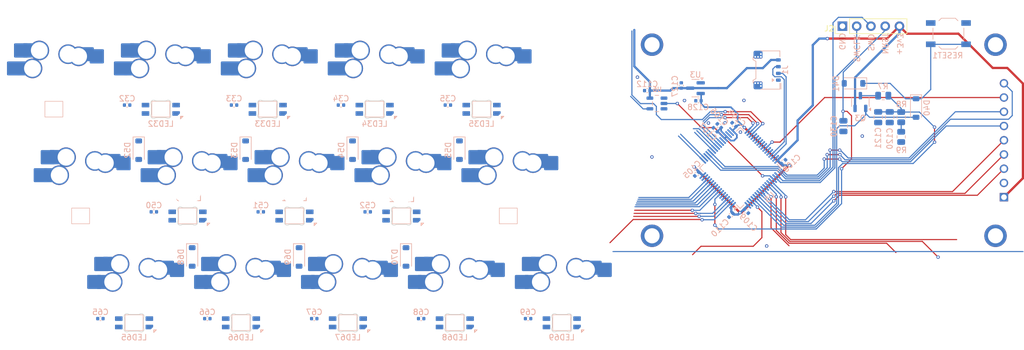
<source format=kicad_pcb>
(kicad_pcb (version 20240108) (generator "pcbnew") (generator_version "8.0")
  (layers (0 "F.Cu" signal) (31 "B.Cu" signal) (34 "B.Paste" user) (35 "F.Paste" user) (36 "B.SilkS" user "B.Silkscreen") (37 "F.SilkS" user "F.Silkscreen") (38 "B.Mask" user) (39 "F.Mask" user) (44 "Edge.Cuts" user))
  (net 0 "")
  (net 1 "BOOT0")
  (net 2 "+3V3")
  (net 3 "NRST")
  (net 4 "GND")
  (net 5 "+5V")
  (net 6 "col3")
  (net 7 "col2")
  (net 8 "col4")
  (net 9 "col5")
  (net 10 "col0")
  (net 11 "col1")
  (net 12 "Net-(D31-A)")
  (net 13 "Net-(D32-A)")
  (net 14 "row0")
  (net 15 "row1")
  (net 16 "row2")
  (net 17 "row3")
  (net 18 "row4")
  (net 19 "row5")
  (net 20 "D-")
  (net 21 "D+")
  (net 22 "Net-(D40-K)")
  (net 23 "LCD_SCK")
  (net 24 "LCD_DC")
  (net 25 "LCD_MISO")
  (net 26 "SWCLK")
  (net 27 "SWD")
  (net 28 "LCD_MOSI")
  (net 29 "RGB5v")
  (net 30 "DOut2")
  (net 31 "LCD_CS")
  (net 32 "LCD_RST")
  (net 33 "col6")
  (net 34 "Net-(D33-A)")
  (net 35 "Net-(D34-A)")
  (net 36 "Net-(D35-A)")
  (net 37 "Net-(LED31-DIN)")
  (net 38 "Net-(LED34-DIN)")
  (net 39 "col7")
  (net 40 "Net-(LED35-DIN)")
  (net 41 "Net-(LED32-DIN)")
  (net 42 "Net-(LED33-DIN)")
  (net 43 "col8")
  (net 44 "col9")
  (net 45 "col10")
  (net 46 "LCD_BL_PWM")
  (net 47 "BOOT0_CHRG")
  (net 48 "Net-(Q3-C)")
  (net 49 "Net-(R8-Pad1)")
  (net 50 "col11")
  (net 51 "col12")
  (net 52 "col13")
  (net 53 "Net-(D51-A)")
  (net 54 "Net-(D52-A)")
  (net 55 "Net-(D53-A)")
  (net 56 "Net-(D54-A)")
  (net 57 "Net-(D55-A)")
  (net 58 "Net-(D67-A)")
  (net 59 "Net-(D68-A)")
  (net 60 "Net-(D69-A)")
  (net 61 "Net-(D70-A)")
  (net 62 "Net-(D71-A)")
  (net 63 "row6")
  (net 64 "Net-(LED49-DOUT)")
  (net 65 "Net-(LED50-DOUT)")
  (net 66 "Net-(LED51-DOUT)")
  (net 67 "Net-(LED52-DOUT)")
  (net 68 "Net-(LED64-DIN)")
  (net 69 "Net-(LED65-DIN)")
  (net 70 "Net-(LED66-DIN)")
  (net 71 "Net-(LED67-DIN)")
  (net 72 "Net-(LED68-DIN)")
  (net 73 "Net-(LED69-DIN)")
  (net 74 "col14")
  (net 75 "col15")
  (net 76 "col16")
  (net 77 "col17")
  (net 82 "unconnected-(U5-PA10-Pad44)")
  (net 83 "unconnected-(U5-PA9-Pad43)")
  (net 85 "RGB3.3")
  (footprint "Display:CR2013-MI2120" (layer "F.Cu") (at 388.4975 60.09 180)
    (property "Reference" "U4" (hide yes))
    (property "Value" "CR2013-MI2120")
  )
  (footprint "Connector_PinHeader_2.54mm:PinHeader_1x05_P2.54mm_Vertical" (layer "F.Cu") (at 359.72 29.58 90)
    (property "Reference" "J2")
    (property "Value" "Conn_01x05")
  )
  (footprint "Capacitor_SMD:C_0402_1005Metric" (layer "B.Cu") (at 256.085 62.705 180)
    (property "Reference" "C51")
    (property "Value" "0.1uF")
  )
  (footprint "PCM_marbastlib-choc:LED_choc_6028R" (layer "B.Cu") (at 257.3225 44.405)
    (property "Reference" "LED33")
    (property "Value" "choc_SK6812MINI-E")
    (fp_line (start -1.699999 -0.702843) (end -1.699999 0.702841) (stroke (width 0.1)) (layer "Edge.Cuts"))
    (fp_line (start -0.794452 1.499999) (end 0.794452 1.499999) (stroke (width 0.1)) (layer "Edge.Cuts"))
    (fp_line (start 0.794453 -1.5) (end -0.794452 -1.5) (stroke (width 0.1)) (layer "Edge.Cuts"))
    (fp_line (start 1.699999 0.702841) (end 1.699999 -0.702843) (stroke (width 0.1)) (layer "Edge.Cuts"))
    (fp_arc (start -1.749484 -0.919721) (mid -1.712527 -0.814069) (end -1.699999 -0.702843) (stroke (width 0.1)) (layer "Edge.Cuts"))
    (fp_arc (start -1.749484 -0.919721) (mid -1.638071 -1.504036) (end -1.046711 -1.5683) (stroke (width 0.1)) (layer "Edge.Cuts"))
    (fp_arc (start -1.699999 0.702842) (mid -1.712527 0.814067) (end -1.749484 0.919719) (stroke (width 0.1)) (layer "Edge.Cuts"))
    (fp_arc (start -1.046711 1.568296) (mid -1.63807 1.504033) (end -1.749484 0.919719) (stroke (width 0.1)) (layer "Edge.Cuts"))
    (fp_arc (start -1.04671 1.568298) (mid -0.925122 1.517376) (end -0.794452 1.499999) (stroke (width 0.1)) (layer "Edge.Cuts"))
    (fp_arc (start -0.794453 -1.500001) (mid -0.925123 -1.517378) (end -1.046711 -1.5683) (stroke (width 0.1)) (layer "Edge.Cuts"))
    (fp_arc (start 0.794452 1.499999) (mid 0.925123 1.517376) (end 1.046711 1.568298) (stroke (width 0.1)) (layer "Edge.Cuts"))
    (fp_arc (start 1.046711 -1.568299) (mid 0.925123 -1.517377) (end 0.794453 -1.5) (stroke (width 0.1)) (layer "Edge.Cuts"))
    (fp_arc (start 1.046711 -1.568299) (mid 1.638071 -1.504036) (end 1.749484 -0.919721) (stroke (width 0.1)) (layer "Edge.Cuts"))
    (fp_arc (start 1.699999 -0.702844) (mid 1.712538 -0.814067) (end 1.749484 -0.919721) (stroke (width 0.1)) (layer "Edge.Cuts"))
    (fp_arc (start 1.749484 0.919718) (mid 1.638073 1.504037) (end 1.046711 1.568298) (stroke (width 0.1)) (layer "Edge.Cuts"))
    (fp_arc (start 1.749484 0.919719) (mid 1.712541 0.814065) (end 1.699999 0.702841) (stroke (width 0.1)) (layer "Edge.Cuts"))
  )
  (footprint "Capacitor_SMD:C_0805_2012Metric" (layer "B.Cu") (at 368.15 45.82 90)
    (property "Reference" "C120")
    (property "Value" "100n")
  )
  (footprint "ModHob:KS-33_MX-Hotswap-1U" (layer "B.Cu") (at 223.985 58.705)
    (property "Reference" "CH49" (hide yes))
    (property "Value" "KS33_SW_HS" (hide yes))
  )
  (footprint "ModHob:KS-33_MX-Hotswap-1U" (layer "B.Cu") (at 257.3225 39.655)
    (property "Reference" "CH33")
    (property "Value" "KS33_SW_HS")
  )
  (footprint "Capacitor_SMD:C_0402_1005Metric" (layer "B.Cu") (at 237.035 62.705 180)
    (property "Reference" "C50")
    (property "Value" "0.1uF")
  )
  (footprint "ModHob:KS-33_MX-Hotswap-1U" (layer "B.Cu") (at 238.2725 39.655)
    (property "Reference" "CH32")
    (property "Value" "KS33_SW_HS")
  )
  (footprint "Capacitor_SMD:C_0402_1005Metric" (layer "B.Cu") (at 331.01 40.16 90)
    (property "Reference" "C127")
    (property "Value" "1uF")
  )
  (footprint "PCM_marbastlib-choc:LED_choc_6028R" (layer "B.Cu") (at 281.135 63.455)
    (property "Reference" "LED52")
    (property "Value" "choc_SK6812MINI-E")
    (fp_line (start -1.699999 -0.702843) (end -1.699999 0.702841) (stroke (width 0.1)) (layer "Edge.Cuts"))
    (fp_line (start -0.794452 1.499999) (end 0.794452 1.499999) (stroke (width 0.1)) (layer "Edge.Cuts"))
    (fp_line (start 0.794453 -1.5) (end -0.794452 -1.5) (stroke (width 0.1)) (layer "Edge.Cuts"))
    (fp_line (start 1.699999 0.702841) (end 1.699999 -0.702843) (stroke (width 0.1)) (layer "Edge.Cuts"))
    (fp_arc (start -1.749484 -0.919721) (mid -1.712527 -0.814069) (end -1.699999 -0.702843) (stroke (width 0.1)) (layer "Edge.Cuts"))
    (fp_arc (start -1.749484 -0.919721) (mid -1.638071 -1.504036) (end -1.046711 -1.5683) (stroke (width 0.1)) (layer "Edge.Cuts"))
    (fp_arc (start -1.699999 0.702842) (mid -1.712527 0.814067) (end -1.749484 0.919719) (stroke (width 0.1)) (layer "Edge.Cuts"))
    (fp_arc (start -1.046711 1.568296) (mid -1.63807 1.504033) (end -1.749484 0.919719) (stroke (width 0.1)) (layer "Edge.Cuts"))
    (fp_arc (start -1.04671 1.568298) (mid -0.925122 1.517376) (end -0.794452 1.499999) (stroke (width 0.1)) (layer "Edge.Cuts"))
    (fp_arc (start -0.794453 -1.500001) (mid -0.925123 -1.517378) (end -1.046711 -1.5683) (stroke (width 0.1)) (layer "Edge.Cuts"))
    (fp_arc (start 0.794452 1.499999) (mid 0.925123 1.517376) (end 1.046711 1.568298) (stroke (width 0.1)) (layer "Edge.Cuts"))
    (fp_arc (start 1.046711 -1.568299) (mid 0.925123 -1.517377) (end 0.794453 -1.5) (stroke (width 0.1)) (layer "Edge.Cuts"))
    (fp_arc (start 1.046711 -1.568299) (mid 1.638071 -1.504036) (end 1.749484 -0.919721) (stroke (width 0.1)) (layer "Edge.Cuts"))
    (fp_arc (start 1.699999 -0.702844) (mid 1.712538 -0.814067) (end 1.749484 -0.919721) (stroke (width 0.1)) (layer "Edge.Cuts"))
    (fp_arc (start 1.749484 0.919718) (mid 1.638073 1.504037) (end 1.046711 1.568298) (stroke (width 0.1)) (layer "Edge.Cuts"))
    (fp_arc (start 1.749484 0.919719) (mid 1.712541 0.814065) (end 1.699999 0.702841) (stroke (width 0.1)) (layer "Edge.Cuts"))
  )
  (footprint "Capacitor_SMD:C_0402_1005Metric" (layer "B.Cu") (at 337.07 48.05 135)
    (property "Reference" "C107")
    (property "Value" "100nF")
  )
  (footprint "PCM_marbastlib-choc:LED_choc_6028R" (layer "B.Cu") (at 238.2725 44.405)
    (property "Reference" "LED32")
    (property "Value" "choc_SK6812MINI-E")
    (fp_line (start -1.699999 -0.702843) (end -1.699999 0.702841) (stroke (width 0.1)) (layer "Edge.Cuts"))
    (fp_line (start -0.794452 1.499999) (end 0.794452 1.499999) (stroke (width 0.1)) (layer "Edge.Cuts"))
    (fp_line (start 0.794453 -1.5) (end -0.794452 -1.5) (stroke (width 0.1)) (layer "Edge.Cuts"))
    (fp_line (start 1.699999 0.702841) (end 1.699999 -0.702843) (stroke (width 0.1)) (layer "Edge.Cuts"))
    (fp_arc (start -1.749484 -0.919721) (mid -1.712527 -0.814069) (end -1.699999 -0.702843) (stroke (width 0.1)) (layer "Edge.Cuts"))
    (fp_arc (start -1.749484 -0.919721) (mid -1.638071 -1.504036) (end -1.046711 -1.5683) (stroke (width 0.1)) (layer "Edge.Cuts"))
    (fp_arc (start -1.699999 0.702842) (mid -1.712527 0.814067) (end -1.749484 0.919719) (stroke (width 0.1)) (layer "Edge.Cuts"))
    (fp_arc (start -1.046711 1.568296) (mid -1.63807 1.504033) (end -1.749484 0.919719) (stroke (width 0.1)) (layer "Edge.Cuts"))
    (fp_arc (start -1.04671 1.568298) (mid -0.925122 1.517376) (end -0.794452 1.499999) (stroke (width 0.1)) (layer "Edge.Cuts"))
    (fp_arc (start -0.794453 -1.500001) (mid -0.925123 -1.517378) (end -1.046711 -1.5683) (stroke (width 0.1)) (layer "Edge.Cuts"))
    (fp_arc (start 0.794452 1.499999) (mid 0.925123 1.517376) (end 1.046711 1.568298) (stroke (width 0.1)) (layer "Edge.Cuts"))
    (fp_arc (start 1.046711 -1.568299) (mid 0.925123 -1.517377) (end 0.794453 -1.5) (stroke (width 0.1)) (layer "Edge.Cuts"))
    (fp_arc (start 1.046711 -1.568299) (mid 1.638071 -1.504036) (end 1.749484 -0.919721) (stroke (width 0.1)) (layer "Edge.Cuts"))
    (fp_arc (start 1.699999 -0.702844) (mid 1.712538 -0.814067) (end 1.749484 -0.919721) (stroke (width 0.1)) (layer "Edge.Cuts"))
    (fp_arc (start 1.749484 0.919718) (mid 1.638073 1.504037) (end 1.046711 1.568298) (stroke (width 0.1)) (layer "Edge.Cuts"))
    (fp_arc (start 1.749484 0.919719) (mid 1.712541 0.814065) (end 1.699999 0.702841) (stroke (width 0.1)) (layer "Edge.Cuts"))
  )
  (footprint "Capacitor_SMD:C_0402_1005Metric" (layer "B.Cu") (at 324.94 41.07 180)
    (property "Reference" "C112")
    (property "Value" "0.1uF")
  )
  (footprint "Capacitor_SMD:C_0402_1005Metric" (layer "B.Cu") (at 340.41 47.15 135)
    (property "Reference" "C104")
    (property "Value" "100nF")
  )
  (footprint "ModHob:KS-33_MX-Hotswap-1U" (layer "B.Cu") (at 295.4225 39.655)
    (property "Reference" "CH35")
    (property "Value" "KS33_SW_HS")
  )
  (footprint "Capacitor_SMD:C_0402_1005Metric" (layer "B.Cu") (at 232.2725 43.655 180)
    (property "Reference" "C32")
    (property "Value" "0.1uF")
  )
  (footprint "ModHob:KS-33_MX-Hotswap-1U" (layer "B.Cu") (at 219.2225 39.655)
    (property "Reference" "CH31" (hide yes))
    (property "Value" "KS33_SW_HS" (hide yes))
  )
  (footprint "ModHob:KS-33_MX-Hotswap-1U" (layer "B.Cu") (at 281.135 58.705)
    (property "Reference" "CH52")
    (property "Value" "KS33_SW_HS")
  )
  (footprint "ModHob:KS-33_MX-Hotswap-1U" (layer "B.Cu") (at 300.185 58.705)
    (property "Reference" "CH53")
    (property "Value" "KS33_SW_HS")
  )
  (footprint "PCM_marbastlib-choc:LED_choc_6028R" (layer "B.Cu") (at 309.71 82.505)
    (property "Reference" "LED69")
    (property "Value" "choc_SK6812MINI-E")
    (fp_line (start -1.699999 -0.702843) (end -1.699999 0.702841) (stroke (width 0.1)) (layer "Edge.Cuts"))
    (fp_line (start -0.794452 1.499999) (end 0.794452 1.499999) (stroke (width 0.1)) (layer "Edge.Cuts"))
    (fp_line (start 0.794453 -1.5) (end -0.794452 -1.5) (stroke (width 0.1)) (layer "Edge.Cuts"))
    (fp_line (start 1.699999 0.702841) (end 1.699999 -0.702843) (stroke (width 0.1)) (layer "Edge.Cuts"))
    (fp_arc (start -1.749484 -0.919721) (mid -1.712527 -0.814069) (end -1.699999 -0.702843) (stroke (width 0.1)) (layer "Edge.Cuts"))
    (fp_arc (start -1.749484 -0.919721) (mid -1.638071 -1.504036) (end -1.046711 -1.5683) (stroke (width 0.1)) (layer "Edge.Cuts"))
    (fp_arc (start -1.699999 0.702842) (mid -1.712527 0.814067) (end -1.749484 0.919719) (stroke (width 0.1)) (layer "Edge.Cuts"))
    (fp_arc (start -1.046711 1.568296) (mid -1.63807 1.504033) (end -1.749484 0.919719) (stroke (width 0.1)) (layer "Edge.Cuts"))
    (fp_arc (start -1.04671 1.568298) (mid -0.925122 1.517376) (end -0.794452 1.499999) (stroke (width 0.1)) (layer "Edge.Cuts"))
    (fp_arc (start -0.794453 -1.500001) (mid -0.925123 -1.517378) (end -1.046711 -1.5683) (stroke (width 0.1)) (layer "Edge.Cuts"))
    (fp_arc (start 0.794452 1.499999) (mid 0.925123 1.517376) (end 1.046711 1.568298) (stroke (width 0.1)) (layer "Edge.Cuts"))
    (fp_arc (start 1.046711 -1.568299) (mid 0.925123 -1.517377) (end 0.794453 -1.5) (stroke (width 0.1)) (layer "Edge.Cuts"))
    (fp_arc (start 1.046711 -1.568299) (mid 1.638071 -1.504036) (end 1.749484 -0.919721) (stroke (width 0.1)) (layer "Edge.Cuts"))
    (fp_arc (start 1.699999 -0.702844) (mid 1.712538 -0.814067) (end 1.749484 -0.919721) (stroke (width 0.1)) (layer "Edge.Cuts"))
    (fp_arc (start 1.749484 0.919718) (mid 1.638073 1.504037) (end 1.046711 1.568298) (stroke (width 0.1)) (layer "Edge.Cuts"))
    (fp_arc (start 1.749484 0.919719) (mid 1.712541 0.814065) (end 1.699999 0.702841) (stroke (width 0.1)) (layer "Edge.Cuts"))
  )
  (footprint "ModHob:KS-33_MX-Hotswap-1U" (layer "B.Cu") (at 309.71 77.755)
    (property "Reference" "CH69")
    (property "Value" "KS33_SW_HS" (hide yes))
  )
  (footprint "SN74AHCT1G125DBVR:SOT95P280X145-5N" (layer "B.Cu") (at 326.67 43.37 180)
    (property "Reference" "U6")
    (property "Value" "SN74AHCT1G125DBVR" (hide yes))
  )
  (footprint "Diode_SMD:D_SOD-123" (layer "B.Cu") (at 262.91 70.755 -90)
    (property "Reference" "D69")
    (property "Value" "D")
  )
  (footprint "Diode_SMD:D_SOD-123" (layer "B.Cu") (at 281.96 70.755 -90)
    (property "Reference" "D70")
    (property "Value" "D")
  )
  (footprint "Diode_SMD:D_SOD-123" (layer "B.Cu") (at 234.335 51.705 -90)
    (property "Reference" "D52")
    (property "Value" "D")
  )
  (footprint "PCM_marbastlib-choc:LED_choc_6028R" (layer "B.Cu") (at 290.66 82.505)
    (property "Reference" "LED68")
    (property "Value" "choc_SK6812MINI-E")
    (fp_line (start -1.699999 -0.702843) (end -1.699999 0.702841) (stroke (width 0.1)) (layer "Edge.Cuts"))
    (fp_line (start -0.794452 1.499999) (end 0.794452 1.499999) (stroke (width 0.1)) (layer "Edge.Cuts"))
    (fp_line (start 0.794453 -1.5) (end -0.794452 -1.5) (stroke (width 0.1)) (layer "Edge.Cuts"))
    (fp_line (start 1.699999 0.702841) (end 1.699999 -0.702843) (stroke (width 0.1)) (layer "Edge.Cuts"))
    (fp_arc (start -1.749484 -0.919721) (mid -1.712527 -0.814069) (end -1.699999 -0.702843) (stroke (width 0.1)) (layer "Edge.Cuts"))
    (fp_arc (start -1.749484 -0.919721) (mid -1.638071 -1.504036) (end -1.046711 -1.5683) (stroke (width 0.1)) (layer "Edge.Cuts"))
    (fp_arc (start -1.699999 0.702842) (mid -1.712527 0.814067) (end -1.749484 0.919719) (stroke (width 0.1)) (layer "Edge.Cuts"))
    (fp_arc (start -1.046711 1.568296) (mid -1.63807 1.504033) (end -1.749484 0.919719) (stroke (width 0.1)) (layer "Edge.Cuts"))
    (fp_arc (start -1.04671 1.568298) (mid -0.925122 1.517376) (end -0.794452 1.499999) (stroke (width 0.1)) (layer "Edge.Cuts"))
    (fp_arc (start -0.794453 -1.500001) (mid -0.925123 -1.517378) (end -1.046711 -1.5683) (stroke (width 0.1)) (layer "Edge.Cuts"))
    (fp_arc (start 0.794452 1.499999) (mid 0.925123 1.517376) (end 1.046711 1.568298) (stroke (width 0.1)) (layer "Edge.Cuts"))
    (fp_arc (start 1.046711 -1.568299) (mid 0.925123 -1.517377) (end 0.794453 -1.5) (stroke (width 0.1)) (layer "Edge.Cuts"))
    (fp_arc (start 1.046711 -1.568299) (mid 1.638071 -1.504036) (end 1.749484 -0.919721) (stroke (width 0.1)) (layer "Edge.Cuts"))
    (fp_arc (start 1.699999 -0.702844) (mid 1.712538 -0.814067) (end 1.749484 -0.919721) (stroke (width 0.1)) (layer "Edge.Cuts"))
    (fp_arc (start 1.749484 0.919718) (mid 1.638073 1.504037) (end 1.046711 1.568298) (stroke (width 0.1)) (layer "Edge.Cuts"))
    (fp_arc (start 1.749484 0.919719) (mid 1.712541 0.814065) (end 1.699999 0.702841) (stroke (width 0.1)) (layer "Edge.Cuts"))
  )
  (footprint "PCM_marbastlib-choc:LED_choc_6028R" (layer "B.Cu") (at 252.56 82.505)
    (property "Reference" "LED66")
    (property "Value" "choc_SK6812MINI-E")
    (fp_line (start -1.699999 -0.702843) (end -1.699999 0.702841) (stroke (width 0.1)) (layer "Edge.Cuts"))
    (fp_line (start -0.794452 1.499999) (end 0.794452 1.499999) (stroke (width 0.1)) (layer "Edge.Cuts"))
    (fp_line (start 0.794453 -1.5) (end -0.794452 -1.5) (stroke (width 0.1)) (layer "Edge.Cuts"))
    (fp_line (start 1.699999 0.702841) (end 1.699999 -0.702843) (stroke (width 0.1)) (layer "Edge.Cuts"))
    (fp_arc (start -1.749484 -0.919721) (mid -1.712527 -0.814069) (end -1.699999 -0.702843) (stroke (width 0.1)) (layer "Edge.Cuts"))
    (fp_arc (start -1.749484 -0.919721) (mid -1.638071 -1.504036) (end -1.046711 -1.5683) (stroke (width 0.1)) (layer "Edge.Cuts"))
    (fp_arc (start -1.699999 0.702842) (mid -1.712527 0.814067) (end -1.749484 0.919719) (stroke (width 0.1)) (layer "Edge.Cuts"))
    (fp_arc (start -1.046711 1.568296) (mid -1.63807 1.504033) (end -1.749484 0.919719) (stroke (width 0.1)) (layer "Edge.Cuts"))
    (fp_arc (start -1.04671 1.568298) (mid -0.925122 1.517376) (end -0.794452 1.499999) (stroke (width 0.1)) (layer "Edge.Cuts"))
    (fp_arc (start -0.794453 -1.500001) (mid -0.925123 -1.517378) (end -1.046711 -1.5683) (stroke (width 0.1)) (layer "Edge.Cuts"))
    (fp_arc (start 0.794452 1.499999) (mid 0.925123 1.517376) (end 1.046711 1.568298) (stroke (width 0.1)) (layer "Edge.Cuts"))
    (fp_arc (start 1.046711 -1.568299) (mid 0.925123 -1.517377) (end 0.794453 -1.5) (stroke (width 0.1)) (layer "Edge.Cuts"))
    (fp_arc (start 1.046711 -1.568299) (mid 1.638071 -1.504036) (end 1.749484 -0.919721) (stroke (width 0.1)) (layer "Edge.Cuts"))
    (fp_arc (start 1.699999 -0.702844) (mid 1.712538 -0.814067) (end 1.749484 -0.919721) (stroke (width 0.1)) (layer "Edge.Cuts"))
    (fp_arc (start 1.749484 0.919718) (mid 1.638073 1.504037) (end 1.046711 1.568298) (stroke (width 0.1)) (layer "Edge.Cuts"))
    (fp_arc (start 1.749484 0.919719) (mid 1.712541 0.814065) (end 1.699999 0.702841) (stroke (width 0.1)) (layer "Edge.Cuts"))
  )
  (footprint "Capacitor_SMD:C_0402_1005Metric" (layer "B.Cu") (at 227.51 81.755 180)
    (property "Reference" "C65")
    (property "Value" "0.1uF")
  )
  (footprint "Resistor_SMD:R_0805_2012Metric" (layer "B.Cu") (at 366.99 41.973554)
    (property "Reference" "R7")
    (property "Value" "120")
  )
  (footprint "Capacitor_SMD:C_0402_1005Metric" (layer "B.Cu") (at 349.23 53.76 45)
    (property "Reference" "C108")
    (property "Value" "100nF")
  )
  (footprint "ModHob:KS-33_MX-Hotswap-1U" (layer "B.Cu") (at 290.66 77.755)
    (property "Reference" "CH68")
    (property "Value" "KS33_SW_HS" (hide yes))
  )
  (footprint "Capacitor_SMD:C_0402_1005Metric" (layer "B.Cu") (at 342.61 62.6 -45)
    (property "Reference" "C109")
    (property "Value" "100nF")
  )
  (footprint "PCM_marbastlib-various:Molex_Pico-EZmate_78171-0004_1x04-1MP_P1.20mm_Vertical" (layer "B.Cu") (at 346.43 37.4 90)
    (property "Reference" "J1")
    (property "Value" "78171-0004")
  )
  (footprint "Capacitor_SMD:C_0402_1005Metric" (layer "B.Cu") (at 251.3225 43.655 180)
    (property "Reference" "C33")
    (property "Value" "0.1uF")
  )
  (footprint "Capacitor_SMD:C_0402_1005Metric" (layer "B.Cu") (at 333.76 55.96 -135)
    (property "Reference" "C105")
    (property "Value" "100nF")
  )
  (footprint "Capacitor_SMD:C_0402_1005Metric" (layer "B.Cu") (at 246.56 81.755 180)
    (property "Reference" "C66")
    (property "Value" "0.1uF")
  )
  (footprint "Capacitor_SMD:C_0402_1005Metric" (layer "B.Cu") (at 289.4225 43.655 180)
    (property "Reference" "C35")
    (property "Value" "0.1uF")
  )
  (footprint "Capacitor_SMD:C_0402_1005Metric" (layer "B.Cu") (at 275.135 62.705 180)
    (property "Reference" "C52")
    (property "Value" "0.1uF")
  )
  (footprint "PCM_marbastlib-choc:LED_choc_6028R" (layer "B.Cu") (at 271.61 82.505)
    (property "Reference" "LED67")
    (property "Value" "choc_SK6812MINI-E")
    (fp_line (start -1.699999 -0.702843) (end -1.699999 0.702841) (stroke (width 0.1)) (layer "Edge.Cuts"))
    (fp_line (start -0.794452 1.499999) (end 0.794452 1.499999) (stroke (width 0.1)) (layer "Edge.Cuts"))
    (fp_line (start 0.794453 -1.5) (end -0.794452 -1.5) (stroke (width 0.1)) (layer "Edge.Cuts"))
    (fp_line (start 1.699999 0.702841) (end 1.699999 -0.702843) (stroke (width 0.1)) (layer "Edge.Cuts"))
    (fp_arc (start -1.749484 -0.919721) (mid -1.712527 -0.814069) (end -1.699999 -0.702843) (stroke (width 0.1)) (layer "Edge.Cuts"))
    (fp_arc (start -1.749484 -0.919721) (mid -1.638071 -1.504036) (end -1.046711 -1.5683) (stroke (width 0.1)) (layer "Edge.Cuts"))
    (fp_arc (start -1.699999 0.702842) (mid -1.712527 0.814067) (end -1.749484 0.919719) (stroke (width 0.1)) (layer "Edge.Cuts"))
    (fp_arc (start -1.046711 1.568296) (mid -1.63807 1.504033) (end -1.749484 0.919719) (stroke (width 0.1)) (layer "Edge.Cuts"))
    (fp_arc (start -1.04671 1.568298) (mid -0.925122 1.517376) (end -0.794452 1.499999) (stroke (width 0.1)) (layer "Edge.Cuts"))
    (fp_arc (start -0.794453 -1.500001) (mid -0.925123 -1.517378) (end -1.046711 -1.5683) (stroke (width 0.1)) (layer "Edge.Cuts"))
    (fp_arc (start 0.794452 1.499999) (mid 0.925123 1.517376) (end 1.046711 1.568298) (stroke (width 0.1)) (layer "Edge.Cuts"))
    (fp_arc (start 1.046711 -1.568299) (mid 0.925123 -1.517377) (end 0.794453 -1.5) (stroke (width 0.1)) (layer "Edge.Cuts"))
    (fp_arc (start 1.046711 -1.568299) (mid 1.638071 -1.504036) (end 1.749484 -0.919721) (stroke (width 0.1)) (layer "Edge.Cuts"))
    (fp_arc (start 1.699999 -0.702844) (mid 1.712538 -0.814067) (end 1.749484 -0.919721) (stroke (width 0.1)) (layer "Edge.Cuts"))
    (fp_arc (start 1.749484 0.919718) (mid 1.638073 1.504037) (end 1.046711 1.568298) (stroke (width 0.1)) (layer "Edge.Cuts"))
    (fp_arc (start 1.749484 0.919719) (mid 1.712541 0.814065) (end 1.699999 0.702841) (stroke (width 0.1)) (layer "Edge.Cuts"))
  )
  (footprint "PCM_marbastlib-choc:LED_choc_6028R" (layer "B.Cu") (at 233.51 82.505)
    (property "Reference" "LED65")
    (property "Value" "choc_SK6812MINI-E")
    (fp_line (start -1.699999 -0.702843) (end -1.699999 0.702841) (stroke (width 0.1)) (layer "Edge.Cuts"))
    (fp_line (start -0.794452 1.499999) (end 0.794452 1.499999) (stroke (width 0.1)) (layer "Edge.Cuts"))
    (fp_line (start 0.794453 -1.5) (end -0.794452 -1.5) (stroke (width 0.1)) (layer "Edge.Cuts"))
    (fp_line (start 1.699999 0.702841) (end 1.699999 -0.702843) (stroke (width 0.1)) (layer "Edge.Cuts"))
    (fp_arc (start -1.749484 -0.919721) (mid -1.712527 -0.814069) (end -1.699999 -0.702843) (stroke (width 0.1)) (layer "Edge.Cuts"))
    (fp_arc (start -1.749484 -0.919721) (mid -1.638071 -1.504036) (end -1.046711 -1.5683) (stroke (width 0.1)) (layer "Edge.Cuts"))
    (fp_arc (start -1.699999 0.702842) (mid -1.712527 0.814067) (end -1.749484 0.919719) (stroke (width 0.1)) (layer "Edge.Cuts"))
    (fp_arc (start -1.046711 1.568296) (mid -1.63807 1.504033) (end -1.749484 0.919719) (stroke (width 0.1)) (layer "Edge.Cuts"))
    (fp_arc (start -1.04671 1.568298) (mid -0.925122 1.517376) (end -0.794452 1.499999) (stroke (width 0.1)) (layer "Edge.Cuts"))
    (fp_arc (start -0.794453 -1.500001) (mid -0.925123 -1.517378) (end -1.046711 -1.5683) (stroke (width 0.1)) (layer "Edge.Cuts"))
    (fp_arc (start 0.794452 1.499999) (mid 0.925123 1.517376) (end 1.046711 1.568298) (stroke (width 0.1)) (layer "Edge.Cuts"))
    (fp_arc (start 1.046711 -1.568299) (mid 0.925123 -1.517377) (end 0.794453 -1.5) (stroke (width 0.1)) (layer "Edge.Cuts"))
    (fp_arc (start 1.046711 -1.568299) (mid 1.638071 -1.504036) (end 1.749484 -0.919721) (stroke (width 0.1)) (layer "Edge.Cuts"))
    (fp_arc (start 1.699999 -0.702844) (mid 1.712538 -0.814067) (end 1.749484 -0.919721) (stroke (width 0.1)) (layer "Edge.Cuts"))
    (fp_arc (start 1.749484 0.919718) (mid 1.638073 1.504037) (end 1.046711 1.568298) (stroke (width 0.1)) (layer "Edge.Cuts"))
    (fp_arc (start 1.749484 0.919719) (mid 1.712541 0.814065) (end 1.699999 0.702841) (stroke (width 0.1)) (layer "Edge.Cuts"))
  )
  (footprint "Diode_SMD:D_SOD-123" (layer "B.Cu") (at 361.6925 39.78 180)
    (property "Reference" "D41")
    (property "Value" "1N4148")
  )
  (footprint "ModHob:KS-33_MX-Hotswap-1U" (layer "B.Cu") (at 243.035 58.705)
    (property "Reference" "CH50")
    (property "Value" "KS33_SW_HS")
  )
  (footprint "Package_TO_SOT_SMD:SOT-23-3" (layer "B.Cu") (at 362.92 43.111054 90)
    (property "Reference" "Q3")
    (property "Value" "MMUN2133LT1G")
  )
  (footprint "Diode_SMD:D_SOD-123" (layer "B.Cu") (at 372.835 44.18 -90)
    (property "Reference" "D40")
    (property "Value" "1N4148")
  )
  (footprint "Diode_SMD:D_SOD-123" (layer "B.Cu") (at 253.385 51.705 -90)
    (property "Reference" "D53")
    (property "Value" "D")
  )
  (footprint "PCM_marbastlib-choc:LED_choc_6028R" (layer "B.Cu") (at 276.3725 44.405)
    (property "Reference" "LED34")
    (property "Value" "choc_SK6812MINI-E")
    (fp_line (start -1.699999 -0.702843) (end -1.699999 0.702841) (stroke (width 0.1)) (layer "Edge.Cuts"))
    (fp_line (start -0.794452 1.499999) (end 0.794452 1.499999) (stroke (width 0.1)) (layer "Edge.Cuts"))
    (fp_line (start 0.794453 -1.5) (end -0.794452 -1.5) (stroke (width 0.1)) (layer "Edge.Cuts"))
    (fp_line (start 1.699999 0.702841) (end 1.699999 -0.702843) (stroke (width 0.1)) (layer "Edge.Cuts"))
    (fp_arc (start -1.749484 -0.919721) (mid -1.712527 -0.814069) (end -1.699999 -0.702843) (stroke (width 0.1)) (layer "Edge.Cuts"))
    (fp_arc (start -1.749484 -0.919721) (mid -1.638071 -1.504036) (end -1.046711 -1.5683) (stroke (width 0.1)) (layer "Edge.Cuts"))
    (fp_arc (start -1.699999 0.702842) (mid -1.712527 0.814067) (end -1.749484 0.919719) (stroke (width 0.1)) (layer "Edge.Cuts"))
    (fp_arc (start -1.046711 1.568296) (mid -1.63807 1.504033) (end -1.749484 0.919719) (stroke (width 0.1)) (layer "Edge.Cuts"))
    (fp_arc (start -1.04671 1.568298) (mid -0.925122 1.517376) (end -0.794452 1.499999) (stroke (width 0.1)) (layer "Edge.Cuts"))
    (fp_arc (start -0.794453 -1.500001) (mid -0.925123 -1.517378) (end -1.046711 -1.5683) (stroke (width 0.1)) (layer "Edge.Cuts"))
    (fp_arc (start 0.794452 1.499999) (mid 0.925123 1.517376) (end 1.046711 1.568298) (stroke (width 0.1)) (layer "Edge.Cuts"))
    (fp_arc (start 1.046711 -1.568299) (mid 0.925123 -1.517377) (end 0.794453 -1.5) (stroke (width 0.1)) (layer "Edge.Cuts"))
    (fp_arc (start 1.046711 -1.568299) (mid 1.638071 -1.504036) (end 1.749484 -0.919721) (stroke (width 0.1)) (layer "Edge.Cuts"))
    (fp_arc (start 1.699999 -0.702844) (mid 1.712538 -0.814067) (end 1.749484 -0.919721) (stroke (width 0.1)) (layer "Edge.Cuts"))
    (fp_arc (start 1.749484 0.919718) (mid 1.638073 1.504037) (end 1.046711 1.568298) (stroke (width 0.1)) (layer "Edge.Cuts"))
    (fp_arc (start 1.749484 0.919719) (mid 1.712541 0.814065) (end 1.699999 0.702841) (stroke (width 0.1)) (layer "Edge.Cuts"))
  )
  (footprint "Button_Switch_SMD:SW_SPST_TL3342" (layer "B.Cu") (at 378.6 30.91 180)
    (property "Reference" "RESET1")
    (property "Value" "DFU")
  )
  (footprint "Capacitor_SMD:C_0402_1005Metric" (layer "B.Cu") (at 337.77 47.35 135)
    (property "Reference" "C106")
    (property "Value" "100nF")
  )
  (footprint "Diode_SMD:D_SOD-123" (layer "B.Cu") (at 291.485 51.705 -90)
    (property "Reference" "D55")
    (property "Value" "D")
  )
  (footprint "ModHob:KS-33_MX-Hotswap-1U" (layer "B.Cu") (at 271.61 77.755)
    (property "Reference" "CH67")
    (property "Value" "KS33_SW_HS" (hide yes))
  )
  (footprint "Resistor_SMD:R_0805_2012Metric" (layer "B.Cu") (at 370.19 45.813554 90)
    (property "Reference" "R8")
    (property "Value" "68k")
  )
  (footprint "Package_QFP:LQFP-64_10x10mm_P0.5mm" (layer "B.Cu") (at 341.508819 54.874481 45)
    (property "Reference" "U5")
    (property "Value" "STM32G474RETx")
  )
  (footprint "Diode_SMD:D_SOD-123" (layer "B.Cu") (at 243.86 70.755 -90)
    (property "Reference" "D68")
    (property "Value" "D")
  )
  (footprint "ModHob:KS-33_MX-Hotswap-1U" (layer "B.Cu") (at 262.085 58.705)
    (property "Reference" "CH51")
    (property "Value" "KS33_SW_HS")
  )
  (footprint "Capacitor_SMD:C_0402_1005Metric" (layer "B.Cu") (at 334.07 42.88 180)
    (property "Reference" "C128")
    (property "Value" "1uF")
  )
  (footprint "ModHob:KS-33_MX-Hotswap-1U" (layer "B.Cu") (at 276.3725 39.655)
    (property "Reference" "CH34")
    (property "Value" "KS33_SW_HS")
  )
  (footprint "Capacitor_SMD:C_0805_2012Metric" (layer "B.Cu") (at 359.89 47.41 90)
    (property "Reference" "C130")
    (property "Value" "100n")
  )
  (footprint "Package_TO_SOT_SMD:SOT-23" (layer "B.Cu") (at 333.529999 40.6375 180)
    (property "Reference" "U3")
    (property "Value" "XC6206PxxxMR-Regulator_Linear")
  )
  (footprint "Capacitor_SMD:C_0402_1005Metric" (layer "B.Cu") (at 303.71 81.755 180)
    (property "Reference" "C69")
    (property "Value" "0.1uF")
  )
  (footprint "PCM_marbastlib-choc:LED_choc_6028R" (layer "B.Cu") (at 262.085 63.455)
    (property "Reference" "LED51")
    (property "Value" "choc_SK6812MINI-E")
    (fp_line (start -1.699999 -0.702843) (end -1.699999 0.702841) (stroke (width 0.1)) (layer "Edge.Cuts"))
    (fp_line (start -0.794452 1.499999) (end 0.794452 1.499999) (stroke (width 0.1)) (layer "Edge.Cuts"))
    (fp_line (start 0.794453 -1.5) (end -0.794452 -1.5) (stroke (width 0.1)) (layer "Edge.Cuts"))
    (fp_line (start 1.699999 0.702841) (end 1.699999 -0.702843) (stroke (width 0.1)) (layer "Edge.Cuts"))
    (fp_arc (start -1.749484 -0.919721) (mid -1.712527 -0.814069) (end -1.699999 -0.702843) (stroke (width 0.1)) (layer "Edge.Cuts"))
    (fp_arc (start -1.749484 -0.919721) (mid -1.638071 -1.504036) (end -1.046711 -1.5683) (stroke (width 0.1)) (layer "Edge.Cuts"))
    (fp_arc (start -1.699999 0.702842) (mid -1.712527 0.814067) (end -1.749484 0.919719) (stroke (width 0.1)) (layer "Edge.Cuts"))
    (fp_arc (start -1.046711 1.568296) (mid -1.63807 1.504033) (end -1.749484 0.919719) (stroke (width 0.1)) (layer "Edge.Cuts"))
    (fp_arc (start -1.04671 1.568298) (mid -0.925122 1.517376) (end -0.794452 1.499999) (stroke (width 0.1)) (layer "Edge.Cuts"))
    (fp_arc (start -0.794453 -1.500001) (mid -0.925123 -1.517378) (end -1.046711 -1.5683) (stroke (width 0.1)) (layer "Edge.Cuts"))
    (fp_arc (start 0.794452 1.499999) (mid 0.925123 1.517376) (end 1.046711 1.568298) (stroke (width 0.1)) (layer "Edge.Cuts"))
    (fp_arc (start 1.046711 -1.568299) (mid 0.925123 -1.517377) (end 0.794453 -1.5) (stroke (width 0.1)) (layer "Edge.Cuts"))
    (fp_arc (start 1.046711 -1.568299) (mid 1.638071 -1.504036) (end 1.749484 -0.919721) (stroke (width 0.1)) (layer "Edge.Cuts"))
    (fp_arc (start 1.699999 -0.702844) (mid 1.712538 -0.814067) (end 1.749484 -0.919721) (stroke (width 0.1)) (layer "Edge.Cuts"))
    (fp_arc (start 1.749484 0.919718) (mid 1.638073 1.504037) (end 1.046711 1.568298) (stroke (width 0.1)) (layer "Edge.Cuts"))
    (fp_arc (start 1.749484 0.919719) (mid 1.712541 0.814065) (end 1.699999 0.702841) (stroke (width 0.1)) (layer "Edge.Cuts"))
  )
  (footprint "PCM_marbastlib-choc:LED_choc_6028R" (layer "B.Cu") (at 243.035 63.455)
    (property "Reference" "LED50")
    (property "Value" "choc_SK6812MINI-E")
    (fp_line (start -1.699999 -0.702843) (end -1.699999 0.702841) (stroke (width 0.1)) (layer "Edge.Cuts"))
    (fp_line (start -0.794452 1.499999) (end 0.794452 1.499999) (stroke (width 0.1)) (layer "Edge.Cuts"))
    (fp_line (start 0.794453 -1.5) (end -0.794452 -1.5) (stroke (width 0.1)) (layer "Edge.Cuts"))
    (fp_line (start 1.699999 0.702841) (end 1.699999 -0.702843) (stroke (width 0.1)) (layer "Edge.Cuts"))
    (fp_arc (start -1.749484 -0.919721) (mid -1.712527 -0.814069) (end -1.699999 -0.702843) (stroke (width 0.1)) (layer "Edge.Cuts"))
    (fp_arc (start -1.749484 -0.919721) (mid -1.638071 -1.504036) (end -1.046711 -1.5683) (stroke (width 0.1)) (layer "Edge.Cuts"))
    (fp_arc (start -1.699999 0.702842) (mid -1.712527 0.814067) (end -1.749484 0.919719) (stroke (width 0.1)) (layer "Edge.Cuts"))
    (fp_arc (start -1.046711 1.568296) (mid -1.63807 1.504033) (end -1.749484 0.919719) (stroke (width 0.1)) (layer "Edge.Cuts"))
    (fp_arc (start -1.04671 1.568298) (mid -0.925122 1.517376) (end -0.794452 1.499999) (stroke (width 0.1)) (layer "Edge.Cuts"))
    (fp_arc (start -0.794453 -1.500001) (mid -0.925123 -1.517378) (end -1.046711 -1.5683) (stroke (width 0.1)) (layer "Edge.Cuts"))
    (fp_arc (start 0.794452 1.499999) (mid 0.925123 1.517376) (end 1.046711 1.568298) (stroke (width 0.1)) (layer "Edge.Cuts"))
    (fp_arc (start 1.046711 -1.568299) (mid 0.925123 -1.517377) (end 0.794453 -1.5) (stroke (width 0.1)) (layer "Edge.Cuts"))
    (fp_arc (start 1.046711 -1.568299) (mid 1.638071 -1.504036) (end 1.749484 -0.919721) (stroke (width 0.1)) (layer "Edge.Cuts"))
    (fp_arc (start 1.699999 -0.702844) (mid 1.712538 -0.814067) (end 1.749484 -0.919721) (stroke (width 0.1)) (layer "Edge.Cuts"))
    (fp_arc (start 1.749484 0.919718) (mid 1.638073 1.504037) (end 1.046711 1.568298) (stroke (width 0.1)) (layer "Edge.Cuts"))
    (fp_arc (start 1.749484 0.919719) (mid 1.712541 0.814065) (end 1.699999 0.702841) (stroke (width 0.1)) (layer "Edge.Cuts"))
  )
  (footprint "ModHob:KS-33_MX-Hotswap-1U" (layer "B.Cu") (at 252.56 77.755)
    (property "Reference" "CH66")
    (property "Value" "KS33_SW_HS" (hide yes))
  )
  (footprint "Capacitor_SMD:C_0805_2012Metric" (layer "B.Cu") (at 366.09 45.82 90)
    (property "Reference" "C121")
    (property "Value" "100n")
  )
  (footprint "ModHob:KS-33_MX-Hotswap-1U" (layer "B.Cu") (at 233.51 77.755)
    (property "Reference" "CH65")
    (property "Value" "KS33_SW_HS" (hide yes))
  )
  (footprint "Capacitor_SMD:C_0402_1005Metric" (layer "B.Cu") (at 339.85 63.3 -135)
    (property "Reference" "C110")
    (property "Value" "100nF")
  )
  (footprint "Capacitor_SMD:C_0402_1005Metric" (layer "B.Cu") (at 284.66 81.755 180)
    (property "Reference" "C68")
    (property "Value" "0.1uF")
  )
  (footprint "Diode_SMD:D_SOD-123" (layer "B.Cu") (at 272.435 51.705 -90)
    (property "Reference" "D54")
    (property "Value" "D")
  )
  (footprint "Capacitor_SMD:C_0402_1005Metric" (layer "B.Cu") (at 270.3725 43.655 180)
    (property "Reference" "C34")
    (property "Value" "0.1uF")
  )
  (footprint "Capacitor_SMD:C_0402_1005Metric" (layer "B.Cu") (at 265.61 81.755 180)
    (property "Reference" "C67")
    (property "Value" "0.1uF")
  )
  (footprint "PCM_marbastlib-choc:LED_choc_6028R" (layer "B.Cu") (at 295.4225 44.405)
    (property "Reference" "LED35")
    (property "Value" "choc_SK6812MINI-E")
    (fp_line (start -1.699999 -0.702843) (end -1.699999 0.702841) (stroke (width 0.1)) (layer "Edge.Cuts"))
    (fp_line (start -0.794452 1.499999) (end 0.794452 1.499999) (stroke (width 0.1)) (layer "Edge.Cuts"))
    (fp_line (start 0.794453 -1.5) (end -0.794452 -1.5) (stroke (width 0.1)) (layer "Edge.Cuts"))
    (fp_line (start 1.699999 0.702841) (end 1.699999 -0.702843) (stroke (width 0.1)) (layer "Edge.Cuts"))
    (fp_arc (start -1.749484 -0.919721) (mid -1.712527 -0.814069) (end -1.699999 -0.702843) (stroke (width 0.1)) (layer "Edge.Cuts"))
    (fp_arc (start -1.749484 -0.919721) (mid -1.638071 -1.504036) (end -1.046711 -1.5683) (stroke (width 0.1)) (layer "Edge.Cuts"))
    (fp_arc (start -1.699999 0.702842) (mid -1.712527 0.814067) (end -1.749484 0.919719) (stroke (width 0.1)) (layer "Edge.Cuts"))
    (fp_arc (start -1.046711 1.568296) (mid -1.63807 1.504033) (end -1.749484 0.919719) (stroke (width 0.1)) (layer "Edge.Cuts"))
    (fp_arc (start -1.04671 1.568298) (mid -0.925122 1.517376) (end -0.794452 1.499999) (stroke (width 0.1)) (layer "Edge.Cuts"))
    (fp_arc (start -0.794453 -1.500001) (mid -0.925123 -1.517378) (end -1.046711 -1.5683) (stroke (width 0.1)) (layer "Edge.Cuts"))
    (fp_arc (start 0.794452 1.499999) (mid 0.925123 1.517376) (end 1.046711 1.568298) (stroke (width 0.1)) (layer "Edge.Cuts"))
    (fp_arc (start 1.046711 -1.568299) (mid 0.925123 -1.517377) (end 0.794453 -1.5) (stroke (width 0.1)) (layer "Edge.Cuts"))
    (fp_arc (start 1.046711 -1.568299) (mid 1.638071 -1.504036) (end 1.749484 -0.919721) (stroke (width 0.1)) (layer "Edge.Cuts"))
    (fp_arc (start 1.699999 -0.702844) (mid 1.712538 -0.814067) (end 1.749484 -0.919721) (stroke (width 0.1)) (layer "Edge.Cuts"))
    (fp_arc (start 1.749484 0.919718) (mid 1.638073 1.504037) (end 1.046711 1.568298) (stroke (width 0.1)) (layer "Edge.Cuts"))
    (fp_arc (start 1.749484 0.919719) (mid 1.712541 0.814065) (end 1.699999 0.702841) (stroke (width 0.1)) (layer "Edge.Cuts"))
  )
  (footprint "Resistor_SMD:R_0805_2012Metric" (layer "B.Cu") (at 370.19 49.333554 -90)
    (property "Reference" "R9")
    (property "Value" "68k")
  )
  (gr_text "SWD" (at 364.22 34.13 270) (layer "B.SilkS") (effects (font (size 1 1)) (justify left bottom mirror)))
  (gr_text "NRST" (at 366.71 34.66 270) (layer "B.SilkS") (effects (font (size 1 1)) (justify left bottom mirror)))
  (gr_text "+3v3" (at 369.39 34.85 270) (layer "B.SilkS") (effects (font (size 1 1)) (justify left bottom mirror)))
  (gr_text "SWCLK" (at 361.68 36.09 270) (layer "B.SilkS") (effects (font (size 1 1)) (justify left bottom mirror)))
  (gr_text "GND" (at 359.08 33.94 270) (layer "B.SilkS") (effects (font (size 1 1)) (justify left bottom mirror)))
  (segment (start 376.13 50.27) (end 376.13 47.6) (width 0.2) (layer "F.Cu") (net 1))
  (via (at 376.13 47.6) (size 0.6) (drill 0.3) (layers "F.Cu" "B.Cu") (net 1))
  (via (at 376.13 50.27) (size 0.6) (drill 0.3) (layers "F.Cu" "B.Cu") (net 1))
  (segment (start 374.55 46.02) (end 376.13 47.6) (width 0.2) (layer "B.Cu") (net 1))
  (segment (start 367.9025 41.973554) (end 370.19 44.261054) (width 0.2) (layer "B.Cu") (net 1))
  (segment (start 359.021 54.819) (end 359.021 61.331448) (width 0.2) (layer "B.Cu") (net 1))
  (segment (start 370.19 44.261054) (end 370.19 44.901054) (width 0.2) (layer "B.Cu") (net 1))
  (segment (start 359.762 54.078) (end 359.021 54.819) (width 0.2) (layer "B.Cu") (net 1))
  (segment (start 354.918448 65.434) (end 348.886358 65.434) (width 0.2) (layer "B.Cu") (net 1))
  (segment (start 374.55 46.02) (end 373.431054 44.901054) (width 0.2) (layer "B.Cu") (net 1))
  (segment (start 348.886358 65.434) (end 343.93066 60.478302) (width 0.2) (layer "B.Cu") (net 1))
  (segment (start 370.158946 44.87) (end 370.19 44.901054) (width 0.2) (layer "B.Cu") (net 1))
  (segment (start 372.322 54.078) (end 359.762 54.078) (width 0.2) (layer "B.Cu") (net 1))
  (segment (start 359.021 61.331448) (end 354.918448 65.434) (width 0.2) (layer "B.Cu") (net 1))
  (segment (start 373.431054 44.901054) (end 370.19 44.901054) (width 0.2) (layer "B.Cu") (net 1))
  (segment (start 366.09 44.87) (end 368.15 44.87) (width 0.2) (layer "B.Cu") (net 1))
  (segment (start 376.13 50.27) (end 372.322 54.078) (width 0.2) (layer "B.Cu") (net 1))
  (segment (start 368.15 44.87) (end 370.158946 44.87) (width 0.2) (layer "B.Cu") (net 1))
  (segment (start 350.32 54.43) (end 348.99 54.43) (width 0.4) (layer "F.Cu") (net 2))
  (segment (start 369.88 29.580001) (end 371.219035 30.919036) (width 0.4) (layer "F.Cu") (net 2))
  (segment (start 343.07 48.47) (end 342.26 47.66) (width 0.4) (layer "F.Cu") (net 2))
  (segment (start 341.458676 62.85) (end 341.45 62.85) (width 0.4) (layer "F.Cu") (net 2))
  (segment (start 386.5 37.03) (end 389.09 37.03) (width 0.4) (layer "F.Cu") (net 2))
  (segment (start 389.09 37.03) (end 391.88 39.82) (width 0.4) (layer "F.Cu") (net 2))
  (segment (start 371.219035 30.919036) (end 380.389036 30.919036) (width 0.4) (layer "F.Cu") (net 2))
  (segment (start 367.67 31.79) (end 369.88 29.58) (width 0.4) (layer "F.Cu") (net 2))
  (segment (start 380.389036 30.919036) (end 386.5 37.03) (width 0.4) (layer "F.Cu") (net 2))
  (segment (start 341.73 62.85) (end 350.15 54.43) (width 0.4) (layer "F.Cu") (net 2))
  (segment (start 341.458676 62.85) (end 341.73 62.85) (width 0.4) (layer "F.Cu") (net 2))
  (segment (start 333.3 54.7) (end 333.3 54.69) (width 0.4) (layer "F.Cu") (net 2))
  (segment (start 348.99 54.43) (end 343.07 48.51) (width 0.4) (layer "F.Cu") (net 2))
  (segment (start 391.88 39.82) (end 391.88 56.7075) (width 0.4) (layer "F.Cu") (net 2))
  (segment (start 343.07 48.51) (end 343.07 48.47) (width 0.4) (layer "F.Cu") (net 2))
  (segment (start 391.88 56.7075) (end 388.4975 60.09) (width 0.4) (layer "F.Cu") (net 2))
  (segment (start 357.03 31.79) (end 367.67 31.79) (width 0.4) (layer "F.Cu") (net 2))
  (segment (start 341.45 62.85) (end 333.3 54.7) (width 0.4) (layer "F.Cu") (net 2))
  (segment (start 350.15 54.43) (end 350.32 54.43) (width 0.4) (layer "F.Cu") (net 2))
  (via (at 350.32 54.43) (size 0.6) (drill 0.3) (layers "F.Cu" "B.Cu") (net 2))
  (via (at 333.3 54.69) (size 0.6) (drill 0.3) (layers "F.Cu" "B.Cu") (net 2))
  (via (at 357.03 31.79) (size 0.6) (drill 0.3) (layers "F.Cu" "B.Cu") (net 2))
  (via (at 342.26 47.66) (size 0.6) (drill 0.3) (layers "F.Cu" "B.Cu") (net 2))
  (via (at 341.458676 62.85) (size 0.6) (drill 0.3) (layers "F.Cu" "B.Cu") (net 2))
  (segment (start 342.26 47.66) (end 341.05 46.45) (width 0.3) (layer "B.Cu") (net 2))
  (segment (start 339.086978 49.27066) (end 338.109411 48.293093) (width 0.3) (layer "B.Cu") (net 2))
  (segment (start 355.6 31.79) (end 357.03 31.79) (width 0.4) (layer "B.Cu") (net 2))
  (segment (start 342.26 47.66) (end 341.81 47.21) (width 0.3) (layer "B.Cu") (net 2))
  (segment (start 341.05 45.25) (end 339.83 44.03) (width 0.3) (layer "B.Cu") (net 2))
  (segment (start 338.733425 49.624213) (end 339.086978 49.27066) (width 0.3) (layer "B.Cu") (net 2))
  (segment (start 340.147638 61.538962) (end 339.92 61.7666) (width 0.4) (layer "B.Cu") (net 2))
  (segment (start 340.91 48.96) (end 340.91 49.48) (width 0.3) (layer "B.Cu") (net 2))
  (segment (start 341.458676 62.85) (end 341.558962 62.85) (width 0.4) (layer "B.Cu") (net 2))
  (segment (start 348.1733 53.480774) (end 351.73 49.924074) (width 0.4) (layer "B.Cu") (net 2))
  (segment (start 340.16 48.21) (end 340.91 48.96) (width 0.3) (layer "B.Cu") (net 2))
  (segment (start 339.92 61.7666) (end 339.92 62.691178) (width 0.4) (layer "B.Cu") (net 2))
  (segment (start 333.3 54.69) (end 333.3 54.691324) (width 0.4) (layer "B.Cu") (net 2))
  (segment (start 335.16 44.03) (end 334.55 43.42) (width 0.3) (layer "B.Cu") (net 2))
  (segment (start 351.73 46.41) (end 354.44 43.7) (width 0.4) (layer "B.Cu") (net 2))
  (segment (start 349.09 54.43) (end 348.1733 53.5133) (width 0.4) (layer "B.Cu") (net 2))
  (segment (start 337.498623 48.389411) (end 338.733425 49.624213) (width 0.3) (layer "B.Cu") (net 2))
  (segment (start 340.147638 48.21) (end 340.16 48.21) (width 0.3) (layer "B.Cu") (net 2))
  (segment (start 351.73 49.924074) (end 351.73 46.41) (width 0.4) (layer "B.Cu") (net 2))
  (segment (start 340.91 49.48) (end 340.4 49.99) (width 0.3) (layer "B.Cu") (net 2))
  (segment (start 333.3 54.691324) (end 334.844338 56.235662) (width 0.4) (layer "B.Cu") (net 2))
  (segment (start 340.4 49.99) (end 339.806318 49.99) (width 0.3) (layer "B.Cu") (net 2))
  (segment (start 341.558962 62.85) (end 342.87 61.538962) (width 0.4) (layer "B.Cu") (net 2))
  (segment (start 334.55 41.670001) (end 334.467499 41.5875) (width 0.3) (layer "B.Cu") (net 2))
  (segment (start 341.81 47.21) (end 341.147638 47.21) (width 0.3) (layer "B.Cu") (net 2))
  (segment (start 361.97 38.74) (end 369.88 30.83) (width 0.4) (layer "B.Cu") (net 2))
  (segment (start 338.109411 47.689411) (end 337.409411 48.389411) (width 0.3) (layer "B.Cu") (net 2))
  (segment (start 341.05 46.45) (end 341.05 45.25) (width 0.3) (layer "B.Cu") (net 2))
  (segment (start 350.32 54.43) (end 349.09 54.43) (width 0.4) (layer "B.Cu") (net 2))
  (segment (start 340.408822 63.18) (end 340.189411 62.960589) (width 0.4) (layer "B.Cu") (net 2))
  (segment (start 341.147638 47.21) (end 340.147638 48.21) (width 0.3) (layer "B.Cu") (net 2))
  (segment (start 354.44 32.95) (end 355.6 31.79) (width 0.4) (layer "B.Cu") (net 2))
  (segment (start 337.409411 48.389411) (end 337.498623 48.389411) (width 0.3) (layer "B.Cu") (net 2))
  (segment (start 369.88 30.83) (end 369.88 29.580001) (width 0.4) (layer "B.Cu") (net 2))
  (segment (start 339.806318 49.99) (end 339.086978 49.27066) (width 0.3) (layer "B.Cu") (net 2))
  (segment (start 339.92 62.691178) (end 340.189411 62.960589) (width 0.4) (layer "B.Cu") (net 2))
  (segment (start 348.1733 53.5133) (end 348.1733 53.480774) (width 0.4) (layer "B.Cu") (net 2))
  (segment (start 361.97 44.248554) (end 361.97 38.74) (width 0.4) (layer "B.Cu") (net 2))
  (segment (start 354.44 43.7) (end 354.44 32.95) (width 0.4) (layer "B.Cu") (net 2))
  (segment (start 338.109411 48.293093) (end 338.109411 47.689411) (width 0.3) (layer "B.Cu") (net 2))
  (segment (start 361.901446 44.18) (end 361.97 44.248554) (width 0.4) (layer "B.Cu") (net 2))
  (segment (start 341.128676 63.18) (end 340.408822 63.18) (width 0.4) (layer "B.Cu") (net 2))
  (segment (start 341.458676 62.85) (end 341.128676 63.18) (width 0.4) (layer "B.Cu") (net 2))
  (segment (start 334.55 42.88) (end 334.55 41.670001) (width 0.3) (layer "B.Cu") (net 2))
  (segment (start 339.83 44.03) (end 335.16 44.03) (width 0.3) (layer "B.Cu") (net 2))
  (segment (start 334.55 43.42) (end 334.55 42.88) (width 0.3) (layer "B.Cu") (net 2))
  (segment (start 336.99 65.08) (end 336.99 61.38698) (width 0.2) (layer "F.Cu") (net 3))
  (segment (start 361.34 45.56) (end 360.55 44.77) (width 0.2) (layer "F.Cu") (net 3))
  (segment (start 359.567646 55.017646) (end 361.34 53.245292) (width 0.2) (layer "F.Cu") (net 3))
  (segment (start 336.99 61.38698) (end 336.99698 61.38) (width 0.2) (layer "F.Cu") (net 3))
  (segment (start 360.55 44.77) (end 359.83 44.77) (width 0.2) (layer "F.Cu") (net 3))
  (segment (start 359.77 44.83) (end 359.83 44.77) (width 0.2) (layer "F.Cu") (net 3))
  (segment (start 361.34 53.245292) (end 361.34 45.56) (width 0.2) (layer "F.Cu") (net 3))
  (via (at 336.99698 61.38) (size 0.6) (drill 0.3) (layers "F.Cu" "B.Cu") (net 3))
  (via (at 359.83 44.77) (size 0.6) (drill 0.3) (layers "F.Cu" "B.Cu") (net 3))
  (via (at 336.99 65.08) (size 0.6) (drill 0.3) (layers "F.Cu" "B.Cu") (net 3))
  (via (at 359.567646 55.017646) (size 0.6) (drill 0.3) (layers "F.Cu" "B.Cu") (net 3))
  (segment (start 367.34 30.322448) (end 367.34 29.58) (width 0.2) (layer "B.Cu") (net 3))
  (segment (start 359.83 44.77) (end 359.83 46.4) (width 0.2) (layer "B.Cu") (net 3))
  (segment (start 336.99 65.08) (end 337.671 65.761) (width 0.2) (layer "B.Cu") (net 3))
  (segment (start 336.99698 61.38) (end 336.99698 60.44698) (width 0.2) (layer "B.Cu") (net 3))
  (segment (start 359.83 44.77) (end 359.83 39.8175) (width 0.2) (layer "B.Cu") (net 3))
  (segment (start 338.026318 59.417642) (end 338.022358 59.417642) (width 0.2) (layer "B.Cu") (net 3))
  (segment (start 359.8675 39.78) (end 359.8675 37.794948) (width 0.2) (layer "B.Cu") (net 3))
  (segment (start 337.671 65.761) (end 355.053896 65.761) (width 0.2) (layer "B.Cu") (net 3))
  (segment (start 359.567646 61.24725) (end 359.567646 55.017646) (width 0.2) (layer "B.Cu") (net 3))
  (segment (start 359.83 39.8175) (end 359.8675 39.78) (width 0.2) (layer "B.Cu") (net 3))
  (segment (start 355.053896 65.761) (end 359.567646 61.24725) (width 0.2) (layer "B.Cu") (net 3))
  (segment (start 338.026318 59.417642) (end 338.026318 59.413682) (width 0.2) (layer "B.Cu") (net 3))
  (segment (start 359.83 46.4) (end 359.89 46.46) (width 0.2) (layer "B.Cu") (net 3))
  (segment (start 359.8675 37.794948) (end 367.34 30.322448) (width 0.2) (layer "B.Cu") (net 3))
  (segment (start 336.99698 60.44698) (end 338.026318 59.417642) (width 0.2) (layer "B.Cu") (net 3))
  (via (at 335.85 46.86) (size 0.6) (drill 0.3) (layers "F.Cu" "B.Cu") (net 4))
  (via (at 325.78 52.92) (size 0.6) (drill 0.3) (layers "F.Cu" "B.Cu") (net 4))
  (via (at 346.22 68.8) (size 0.6) (drill 0.3) (layers "F.Cu" "B.Cu") (net 4))
  (via (at 363.26 49.19) (size 0.6) (drill 0.3) (layers "F.Cu" "B.Cu") (net 4))
  (via (at 323.2 38.68) (size 0.6) (drill 0.3) (layers "F.Cu" "B.Cu") (net 4))
  (via (at 331.58 42.84) (size 0.6) (drill 0.3) (layers "F.Cu" "B.Cu") (net 4))
  (via (at 342.17 42.82) (size 0.6) (drill 0.3) (layers "F.Cu" "B.Cu") (net 4))
  (via (at 338.81 46.82) (size 0.6) (drill 0.3) (layers "F.Cu" "B.Cu") (net 4))
  (via (at 341.55 48.48) (size 0.6) (drill 0.3) (layers "F.Cu" "B.Cu") (net 4))
  (segment (start 325.415 42.42) (end 325.415 41.075) (width 0.4) (layer "B.Cu") (net 5))
  (segment (start 329.06 41.07) (end 329.49 40.64) (width 0.4) (layer "B.Cu") (net 5))
  (segment (start 325.42 41.07) (end 325.42 39.52) (width 0.4) (layer "B.Cu") (net 5))
  (segment (start 337.5825 40.6275) (end 337.575 40.635) (width 0.2) (layer "B.Cu") (net 5))
  (segment (start 345.54 37.06) (end 347 35.6) (width 0.4) (layer "B.Cu") (net 5))
  (segment (start 332.592499 40.6375) (end 331.0125 40.6375) (width 0.4) (layer "B.Cu") (net 5))
  (segment (start 325.42 41.07) (end 329.06 41.07) (width 0.4) (layer "B.Cu") (net 5))
  (segment (start 337.5825 40.6275) (end 332.602499 40.6275) (width 0.4) (layer "B.Cu") (net 5))
  (segment (start 332.602499 40.6275) (end 332.592499 40.6375) (width 0.4) (layer "B.Cu") (net 5))
  (segment (start 339.1325 40.6275) (end 342.7 37.06) (width 0.4) (layer "B.Cu") (net 5))
  (segment (start 342.7 37.06) (end 345.54 37.06) (width 0.4) (layer "B.Cu") (net 5))
  (segment (start 322.637 36.737) (end 322.637 30.25313) (width 0.4) (layer "B.Cu") (net 5))
  (segment (start 339.122499 40.6275) (end 339.1325 40.6275) (width 0.4) (layer "B.Cu") (net 5))
  (segment (start 325.42 39.52) (end 322.637 36.737) (width 0.4) (layer "B.Cu") (net 5))
  (segment (start 339.122499 40.6275) (end 337.5825 40.6275) (width 0.4) (layer "B.Cu") (net 5))
  (segment (start 337.57 40.64) (end 337.595 40.615) (width 0.2) (layer "B.Cu") (net 5))
  (segment (start 347 35.6) (end 348.305 35.6) (width 0.4) (layer "B.Cu") (net 5))
  (segment (start 331.0125 40.6375) (end 331.01 40.64) (width 0.4) (layer "B.Cu") (net 5))
  (segment (start 325.415 41.075) (end 325.42 41.07) (width 0.2) (layer "B.Cu") (net 5))
  (segment (start 329.49 40.64) (end 331.01 40.64) (width 0.4) (layer "B.Cu") (net 5))
  (segment (start 334.528892 47.541) (end 334.284231 47.541) (width 0.2) (layer "B.Cu") (net 6))
  (segment (start 337.672765 50.684873) (end 334.528892 47.541) (width 0.2) (layer "B.Cu") (net 6))
  (segment (start 338.026318 50.33132) (end 334.908998 47.214) (width 0.2) (layer "B.Cu") (net 7))
  (segment (start 334.148784 47.868) (end 333.15 47.868) (width 0.2) (layer "B.Cu") (net 8))
  (segment (start 337.319211 51.038427) (end 334.148784 47.868) (width 0.2) (layer "B.Cu") (net 8))
  (segment (start 336.965658 51.39198) (end 333.768678 48.195) (width 0.2) (layer "B.Cu") (net 9))
  (segment (start 338.170128 45.373) (end 338.571709 45.373) (width 0.2) (layer "F.Cu") (net 10))
  (segment (start 343.01829 45.363) (end 344.602645 46.947355) (width 0.2) (layer "F.Cu") (net 10))
  (segment (start 338.581709 45.363) (end 343.01829 45.363) (width 0.2) (layer "F.Cu") (net 10))
  (segment (start 338.571709 45.373) (end 338.581709 45.363) (width 0.2) (layer "F.Cu") (net 10))
  (via (at 338.170128 45.373) (size 0.6) (drill 0.3) (layers "F.Cu" "B.Cu") (net 10))
  (via (at 344.602645 46.947355) (size 0.6) (drill 0.3) (layers "F.Cu" "B.Cu") (net 10))
  (segment (start 336.095998 45.373) (end 334.908998 46.56) (width 0.2) (layer "B.Cu") (net 10))
  (segment (start 338.170128 45.373) (end 336.095998 45.373) (width 0.2) (layer "B.Cu") (net 10))
  (segment (start 344.602645 46.947355) (end 344.602645 47.184461) (width 0.2) (layer "B.Cu") (net 10))
  (segment (start 344.602645 47.184461) (end 343.223553 48.563553) (width 0.2) (layer "B.Cu") (net 10))
  (segment (start 338.8 45.89) (end 342.8 45.89) (width 0.2) (layer "F.Cu") (net 11))
  (segment (start 342.8 45.89) (end 343.79 46.88) (width 0.2) (layer "F.Cu") (net 11))
  (via (at 338.8 45.89) (size 0.6) (drill 0.3) (layers "F.Cu" "B.Cu") (net 11))
  (via (at 343.79 46.88) (size 0.6) (drill 0.3) (layers "F.Cu" "B.Cu") (net 11))
  (segment (start 343.79 46.88) (end 343.79 47.29) (width 0.2) (layer "B.Cu") (net 11))
  (segment (start 336.031446 45.9) (end 335.044446 46.887) (width 0.2) (layer "B.Cu") (net 11))
  (segment (start 338.8 45.89) (end 338.79 45.9) (width 0.2) (layer "B.Cu") (net 11))
  (segment (start 338.79 45.9) (end 336.031446 45.9) (width 0.2) (layer "B.Cu") (net 11))
  (segment (start 343.79 47.29) (end 342.87 48.21) (width 0.2) (layer "B.Cu") (net 11))
  (segment (start 338.824867 44.836) (end 343.396 44.836) (width 0.2) (layer "F.Cu") (net 14))
  (segment (start 343.396 44.836) (end 345.52 46.96) (width 0.2) (layer "F.Cu") (net 14))
  (via (at 345.52 46.96) (size 0.6) (drill 0.3) (layers "F.Cu" "B.Cu") (net 14))
  (via (at 338.824867 44.836) (size 0.6) (drill 0.3) (layers "F.Cu" "B.Cu") (net 14))
  (segment (start 338.824867 44.836) (end 336.17055 44.836) (width 0.2) (layer "B.Cu") (net 14))
  (segment (start 336.17055 44.836) (end 334.77355 46.233) (width 0.2) (layer "B.Cu") (net 14))
  (segment (start 322.21 41.87) (end 322.21 30.43) (width 0.2) (layer "B.Cu") (net 14))
  (segment (start 326.57 43.9) (end 326.06 43.39) (width 0.2) (layer "B.Cu") (net 14))
  (segment (start 326.06 43.39) (end 323.73 43.39) (width 0.2) (layer "B.Cu") (net 14))
  (segment (start 326.57 45.36) (end 326.57 43.9) (width 0.2) (layer "B.Cu") (net 14))
  (segment (start 345.52 46.96) (end 345.52 46.974212) (width 0.2) (layer "B.Cu") (net 14))
  (segment (start 327.443 46.233) (end 326.57 45.36) (width 0.2) (layer "B.Cu") (net 14))
  (segment (start 345.52 46.974212) (end 343.577106 48.917106) (width 0.2) (layer "B.Cu") (net 14))
  (segment (start 323.73 43.39) (end 322.21 41.87) (width 0.2) (layer "B.Cu") (net 14))
  (segment (start 334.77355 46.233) (end 327.443 46.233) (width 0.2) (layer "B.Cu") (net 14))
  (segment (start 322.76 61.79) (end 334.239746 61.79) (width 0.2) (layer "B.Cu") (net 15))
  (segment (start 334.239746 61.79) (end 337.319211 58.710535) (width 0.2) (layer "B.Cu") (net 15))
  (segment (start 348.786021 60.06) (end 348.77 60.076021) (width 0.2) (layer "F.Cu") (net 16))
  (segment (start 350.352448 67.98) (end 373.9525 67.98) (width 0.2) (layer "F.Cu") (net 16))
  (segment (start 348.77 60.076021) (end 348.77 66.397552) (width 0.2) (layer "F.Cu") (net 16))
  (segment (start 348.77 66.397552) (end 350.352448 67.98) (width 0.2) (layer "F.Cu") (net 16))
  (segment (start 373.9525 67.98) (end 376.7625 70.79) (width 0.2) (layer "F.Cu") (net 16))
  (via (at 376.7625 70.79) (size 0.6) (drill 0.3) (layers "F.Cu" "B.Cu") (net 16))
  (via (at 348.786021 60.06) (size 0.6) (drill 0.3) (layers "F.Cu" "B.Cu") (net 16))
  (segment (start 348.786021 60.06) (end 348.786021 59.676809) (width 0.2) (layer "B.Cu") (net 16))
  (segment (start 348.786021 59.676809) (end 346.759087 57.649875) (width 0.2) (layer "B.Cu") (net 16))
  (segment (start 322.44 64.07) (end 318.3 68.21) (width 0.2) (layer "F.Cu") (net 17))
  (segment (start 334.71 64.12) (end 334.66 64.07) (width 0.2) (layer "F.Cu") (net 17))
  (segment (start 334.66 64.07) (end 322.44 64.07) (width 0.2) (layer "F.Cu") (net 17))
  (via (at 334.71 64.12) (size 0.6) (drill 0.3) (layers "F.Cu" "B.Cu") (net 17))
  (segment (start 336.859494 64.12) (end 339.794085 61.185409) (width 0.2) (layer "B.Cu") (net 17))
  (segment (start 334.71 64.12) (end 336.859494 64.12) (width 0.2) (layer "B.Cu") (net 17))
  (segment (start 334.19 63.5) (end 334.17 63.52) (width 0.2) (layer "F.Cu") (net 18))
  (segment (start 334.17 63.52) (end 322.527552 63.52) (width 0.2) (layer "F.Cu") (net 18))
  (via (at 334.19 63.5) (size 0.6) (drill 0.3) (layers "F.Cu" "B.Cu") (net 18))
  (segment (start 336.772388 63.5) (end 339.440532 60.831856) (width 0.2) (layer "B.Cu") (net 18))
  (segment (start 334.19 63.5) (end 336.772388 63.5) (width 0.2) (layer "B.Cu") (net 18))
  (segment (start 333.58 62.98) (end 322.605104 62.98) (width 0.2) (layer "F.Cu") (net 19))
  (via (at 333.58 62.98) (size 0.6) (drill 0.3) (layers "F.Cu" "B.Cu") (net 19))
  (segment (start 334.415291 62.98) (end 336.58528 62.98) (width 0.2) (layer "B.Cu") (net 19))
  (segment (start 333.58 62.98) (end 333.964709 62.98) (width 0.2) (layer "B.Cu") (net 19))
  (segment (start 333.964709 62.98) (end 333.971709 62.973) (width 0.2) (layer "B.Cu") (net 19))
  (segment (start 336.58528 62.98) (end 339.086978 60.478302) (width 0.2) (layer "B.Cu") (net 19))
  (segment (start 334.408291 62.973) (end 334.415291 62.98) (width 0.2) (layer "B.Cu") (net 19))
  (segment (start 333.971709 62.973) (end 334.408291 62.973) (width 0.2) (layer "B.Cu") (net 19))
  (segment (start 347.32 37.22) (end 347.74 36.8) (width 0.2) (layer "B.Cu") (net 20))
  (segment (start 347.74 36.8) (end 348.305 36.8) (width 0.2) (layer "B.Cu") (net 20))
  (segment (start 347.11264 52.45264) (end 349.36 50.20528) (width 0.2) (layer "B.Cu") (net 20))
  (segment (start 349.36 39.12) (end 348.84 38.6) (width 0.2) (layer "B.Cu") (net 20))
  (segment (start 348.84 38.6) (end 347.67 38.6) (width 0.2) (layer "B.Cu") (net 20))
  (segment (start 347.32 38.25) (end 347.32 37.22) (width 0.2) (layer "B.Cu") (net 20))
  (segment (start 347.67 38.6) (end 347.32 38.25) (width 0.2) (layer "B.Cu") (net 20))
  (segment (start 349.36 50.20528) (end 349.36 39.12) (width 0.2) (layer "B.Cu") (net 20))
  (segment (start 349.687 50.585388) (end 347.466194 52.806194) (width 0.2) (layer "B.Cu") (net 21))
  (segment (start 349.07 38) (end 349.687 38.617) (width 0.2) (layer "B.Cu") (net 21))
  (segment (start 348.305 38) (end 349.07 38) (width 0.2) (layer "B.Cu") (net 21))
  (segment (start 349.687 38.617) (end 349.687 50.585388) (width 0.2) (layer "B.Cu") (net 21))
  (segment (start 370.97 42.53) (end 372.66 42.53) (width 0.2) (layer "B.Cu") (net 22))
  (segment (start 375.45 32.82) (end 381.75 32.82) (width 0.2) (layer "B.Cu") (net 22))
  (segment (start 372.66 42.53) (end 373.79 42.53) (width 0.2) (layer "B.Cu") (net 22))
  (segment (start 375.45 40.87) (end 375.45 32.82) (width 0.2) (layer "B.Cu") (net 22))
  (segment (start 368.22 39.78) (end 370.97 42.53) (width 0.2) (layer "B.Cu") (net 22))
  (segment (start 363.1675 39.78) (end 368.22 39.78) (width 0.2) (layer "B.Cu") (net 22))
  (segment (start 373.79 42.53) (end 375.45 40.87) (width 0.2) (layer "B.Cu") (net 22))
  (segment (start 357.513 51.7) (end 359.221 51.7) (width 0.2) (layer "F.Cu") (net 23))
  (segment (start 388.4975 44.8525) (end 388.4975 44.85) (width 0.2) (layer "F.Cu") (net 23))
  (via (at 357.513 51.7) (size 0.6) (drill 0.3) (layers "F.Cu" "B.Cu") (net 23))
  (via (at 359.221 51.7) (size 0.6) (drill 0.3) (layers "F.Cu" "B.Cu") (net 23))
  (segment (start 349.594 56.814) (end 348.06 55.28) (width 0.2) (layer "B.Cu") (net 23))
  (segment (start 357.53 54.774896) (end 355.490896 56.814) (width 0.2) (layer "B.Cu") (net 23))
  (segment (start 348.06 55.28) (end 338.02525 55.28) (width 0.2) (layer "B.Cu") (net 23))
  (segment (start 359.345291 51.7) (end 360.742291 53.097) (width 0.2) (layer "B.Cu") (net 23))
  (segment (start 359.221 51.7) (end 359.345291 51.7) (width 0.2) (layer "B.Cu") (net 23))
  (segment (start 355.490896 56.814) (end 349.594 56.814) (width 0.2) (layer "B.Cu") (net 23))
  (segment (start 357.53 51.717) (end 357.53 54.774896) (width 0.2) (layer "B.Cu") (net 23))
  (segment (start 379.842448 44.85) (end 388.4975 44.85) (width 0.2) (layer "B.Cu") (net 23))
  (segment (start 360.742291 53.097) (end 371.595448 53.097) (width 0.2) (layer "B.Cu") (net 23))
  (segment (start 357.513 51.7) (end 357.53 51.717) (width 0.2) (layer "B.Cu") (net 23))
  (segment (start 371.595448 53.097) (end 379.842448 44.85) (width 0.2) (layer "B.Cu") (net 23))
  (segment (start 338.02525 55.28) (end 335.551444 52.806194) (width 0.2) (layer "B.Cu") (net 23))
  (segment (start 379.3345 59.093) (end 388.4975 49.93) (width 0.2) (layer "F.Cu") (net 24))
  (segment (start 358.167 59.093) (end 379.3345 59.093) (width 0.2) (layer "F.Cu") (net 24))
  (via (at 358.167 59.093) (size 0.6) (drill 0.3) (layers "F.Cu" "B.Cu") (net 24))
  (segment (start 345.344873 59.218123) (end 345.344873 59.064089) (width 0.2) (layer "B.Cu") (net 24))
  (segment (start 358.167 59.093) (end 353.134 64.126) (width 0.2) (layer "B.Cu") (net 24))
  (segment (start 350.25275 64.126) (end 345.344873 59.218123) (width 0.2) (layer "B.Cu") (net 24))
  (segment (start 353.134 64.126) (end 350.25275 64.126) (width 0.2) (layer "B.Cu") (net 24))
  (segment (start 357.003 52.498808) (end 359.264708 52.498808) (width 0.2) (layer "F.Cu") (net 25))
  (via (at 359.264708 52.498808) (size 0.6) (drill 0.3) (layers "F.Cu" "B.Cu") (net 25))
  (via (at 357.003 52.498808) (size 0.6) (drill 0.3) (layers "F.Cu" "B.Cu") (net 25))
  (segment (start 338.405358 54.953) (end 335.904998 52.45264) (width 0.2) (layer "B.Cu") (net 25))
  (segment (start 360.1899 53.424) (end 371.730896 53.424) (width 0.2) (layer "B.Cu") (net 25))
  (segment (start 371.730896 53.424) (end 378.974896 46.18) (width 0.2) (layer "B.Cu") (net 25))
  (segment (start 357.01 54.832448) (end 355.355448 56.487) (width 0.2) (layer "B.Cu") (net 25))
  (segment (start 389.32 46.18) (end 389.98 45.52) (width 0.2) (layer "B.Cu") (net 25))
  (segment (start 357.01 52.505808) (end 357.01 54.832448) (width 0.2) (layer "B.Cu") (net 25))
  (segment (start 348.195448 54.953) (end 338.405358 54.953) (width 0.2) (layer "B.Cu") (net 25))
  (segment (start 389.98 45.52) (end 389.98 41.2525) (width 0.2) (layer "B.Cu") (net 25))
  (segment (start 359.264708 52.498808) (end 360.1899 53.424) (width 0.2) (layer "B.Cu") (net 25))
  (segment (start 389.98 41.2525) (end 388.4975 39.77) (width 0.2) (layer "B.Cu") (net 25))
  (segment (start 378.974896 46.18) (end 389.32 46.18) (width 0.2) (layer "B.Cu") (net 25))
  (segment (start 357.003 52.498808) (end 357.01 52.505808) (width 0.2) (layer "B.Cu") (net 25))
  (segment (start 355.355448 56.487) (end 349.729448 56.487) (width 0.2) (layer "B.Cu") (net 25))
  (segment (start 349.729448 56.487) (end 348.195448 54.953) (width 0.2) (layer "B.Cu") (net 25))
  (segment (start 362.26 29.58) (end 362.26 34.94) (width 0.2) (layer "B.Cu") (net 26))
  (segment (start 355.761792 57.468) (end 348.698532 57.468) (width 0.2) (layer "B.Cu") (net 26))
  (segment (start 358.367 38.833) (end 358.367 54.862792) (width 0.2) (layer "B.Cu") (net 26))
  (segment (start 362.26 34.94) (end 358.367 38.833) (width 0.2) (layer "B.Cu") (net 26))
  (segment (start 348.698532 57.468) (end 347.819747 56.589215) (width 0.2) (layer "B.Cu") (net 26))
  (segment (start 358.367 54.862792) (end 355.761792 57.468) (width 0.2) (layer "B.Cu") (net 26))
  (segment (start 364.8 29.58) (end 363.22 28) (width 0.2) (layer "B.Cu") (net 27))
  (segment (start 359 28) (end 358.04 28.96) (width 0.2) (layer "B.Cu") (net 27))
  (segment (start 358.04 54.727344) (end 355.626344 57.141) (width 0.2) (layer "B.Cu") (net 27))
  (segment (start 358.04 28.96) (end 358.04 54.727344) (width 0.2) (layer "B.Cu") (net 27))
  (segment (start 363.22 28) (end 359 28) (width 0.2) (layer "B.Cu") (net 27))
  (segment (start 349.078638 57.141) (end 348.1733 56.235662) (width 0.2) (layer "B.Cu") (net 27))
  (segment (start 355.626344 57.141) (end 349.078638 57.141) (width 0.2) (layer "B.Cu") (net 27))
  (segment (start 356.483 53.29) (end 359.211 53.29) (width 0.2) (layer "F.Cu") (net 28))
  (segment (start 359.211 53.29) (end 359.221 53.3) (width 0.2) (layer "F.Cu") (net 28))
  (via (at 356.483 53.29) (size 0.6) (drill 0.3) (layers "F.Cu" "B.Cu") (net 28))
  (via (at 359.221 53.3) (size 0.6) (drill 0.3) (layers "F.Cu" "B.Cu") (net 28))
  (segment (start 356.48 54.9) (end 356.48 53.293) (width 0.2) (layer "B.Cu") (net 28))
  (segment (start 356.48 53.293) (end 356.483 53.29) (width 0.2) (layer "B.Cu") (net 28))
  (segment (start 359.672 53.751) (end 371.866344 53.751) (width 0.2) (layer "B.Cu") (net 28))
  (segment (start 338.785464 54.626) (end 348.330896 54.626) (width 0.2) (layer "B.Cu") (net 28))
  (segment (start 348.330896 54.626) (end 349.864896 56.16) (width 0.2) (layer "B.Cu") (net 28))
  (segment (start 359.221 53.3) (end 359.672 53.751) (width 0.2) (layer "B.Cu") (net 28))
  (segment (start 371.866344 53.751) (end 378.227344 47.39) (width 0.2) (layer "B.Cu") (net 28))
  (segment (start 355.22 56.16) (end 356.48 54.9) (width 0.2) (layer "B.Cu") (net 28))
  (segment (start 349.864896 56.16) (end 355.22 56.16) (width 0.2) (layer "B.Cu") (net 28))
  (segment (start 336.258551 52.099087) (end 338.785464 54.626) (width 0.2) (layer "B.Cu") (net 28))
  (segment (start 378.227344 47.39) (end 388.4975 47.39) (width 0.2) (layer "B.Cu") (net 28))
  (segment (start 325.415 44.32) (end 325.395 44.34) (width 0.2) (layer "B.Cu") (net 29))
  (segment (start 325.395 44.34) (end 324.217552 44.34) (width 0.2) (layer "B.Cu") (net 29))
  (segment (start 324.217552 44.34) (end 321.977552 42.1) (width 0.2) (layer "B.Cu") (net 29))
  (segment (start 318.843 69.793) (end 391.893 69.793) (width 0.2) (layer "B.Cu") (net 30))
  (segment (start 359.183 59.747) (end 383.7605 59.747) (width 0.2) (layer "F.Cu") (net 31))
  (segment (start 358.19 60.74) (end 359.183 59.747) (width 0.2) (layer "F.Cu") (net 31))
  (segment (start 358.167 60.74) (end 358.19 60.74) (width 0.2) (layer "F.Cu") (net 31))
  (segment (start 383.7605 59.747) (end 388.4975 55.01) (width 0.2) (layer "F.Cu") (net 31))
  (via (at 358.167 60.74) (size 0.6) (drill 0.3) (layers "F.Cu" "B.Cu") (net 31))
  (segment (start 349.646572 64.78) (end 344.637767 59.771195) (width 0.2) (layer "B.Cu") (net 31))
  (segment (start 358.167 60.74) (end 354.127 64.78) (width 0.2) (layer "B.Cu") (net 31))
  (segment (start 354.127 64.78) (end 349.646572 64.78) (width 0.2) (layer "B.Cu") (net 31))
  (segment (start 381.5475 59.42) (end 388.4975 52.47) (width 0.2) (layer "F.Cu") (net 32))
  (segment (start 358.167 59.915) (end 358.215 59.915) (width 0.2) (layer "F.Cu") (net 32))
  (segment (start 358.71 59.42) (end 381.5475 59.42) (width 0.2) (layer "F.Cu") (net 32))
  (segment (start 358.215 59.915) (end 358.71 59.42) (width 0.2) (layer "F.Cu") (net 32))
  (via (at 358.167 59.915) (size 0.6) (drill 0.3) (layers "F.Cu" "B.Cu") (net 32))
  (segment (start 350.026678 64.453) (end 344.99132 59.417642) (width 0.2) (layer "B.Cu") (net 32))
  (segment (start 353.637 64.453) (end 350.026678 64.453) (width 0.2) (layer "B.Cu") (net 32))
  (segment (start 358.167 59.915) (end 358.167 59.923) (width 0.2) (layer "B.Cu") (net 32))
  (segment (start 358.167 59.923) (end 353.637 64.453) (width 0.2) (layer "B.Cu") (net 32))
  (segment (start 336.612105 51.745533) (end 333.388572 48.522) (width 0.2) (layer "B.Cu") (net 33))
  (segment (start 330.887144 48.849) (end 335.197891 53.159747) (width 0.2) (layer "B.Cu") (net 39))
  (segment (start 334.844338 53.5133) (end 330.507038 49.176) (width 0.2) (layer "B.Cu") (net 43))
  (segment (start 335.551444 56.942768) (end 332.339212 60.155) (width 0.2) (layer "B.Cu") (net 44))
  (segment (start 332.339212 60.155) (end 323.43724 60.155) (width 0.2) (layer "B.Cu") (net 44))
  (segment (start 335.904998 57.296322) (end 335.904998 57.305002) (width 0.2) (layer "B.Cu") (net 45))
  (segment (start 335.904998 57.305002) (end 332.728 60.482) (width 0.2) (layer "B.Cu") (net 45))
  (segment (start 332.728 60.482) (end 323.301792 60.482) (width 0.2) (layer "B.Cu") (net 45))
  (segment (start 348.59798 50.26198) (end 356.54996 42.31) (width 0.2) (layer "F.Cu") (net 46))
  (segment (start 356.54996 42.31) (end 388.4975 42.31) (width 0.2) (layer "F.Cu") (net 46))
  (segment (start 347.18198 50.26198) (end 348.59798 50.26198) (width 0.2) (layer "F.Cu") (net 46))
  (via (at 347.18198 50.26198) (size 0.6) (drill 0.3) (layers "F.Cu" "B.Cu") (net 46))
  (segment (start 347.18198 50.26198) (end 346.05198 51.39198) (width 0.2) (layer "B.Cu") (net 46))
  (segment (start 371.37 45.823554) (end 371.376446 45.83) (width 0.2) (layer "B.Cu") (net 47))
  (segment (start 358.694 47.866) (end 358.694 61.196) (width 0.2) (layer "B.Cu") (net 47))
  (segment (start 363.87 44.248554) (end 363.87 45.39) (width 0.2) (layer "B.Cu") (net 47))
  (segment (start 363.87 45.39) (end 361.91 47.35) (width 0.2) (layer "B.Cu") (net 47))
  (segment (start 361.91 47.35) (end 359.21 47.35) (width 0.2) (layer "B.Cu") (net 47))
  (segment (start 354.783 65.107) (end 349.266464 65.107) (width 0.2) (layer "B.Cu") (net 47))
  (segment (start 359.21 47.35) (end 358.694 47.866) (width 0.2) (layer "B.Cu") (net 47))
  (segment (start 371.37 45.823554) (end 364.54 45.823554) (width 0.2) (layer "B.Cu") (net 47))
  (segment (start 364.54 45.823554) (end 363.87 45.153554) (width 0.2) (layer "B.Cu") (net 47))
  (segment (start 358.694 61.196) (end 354.783 65.107) (width 0.2) (layer "B.Cu") (net 47))
  (segment (start 349.266464 65.107) (end 344.284213 60.124749) (width 0.2) (layer "B.Cu") (net 47))
  (segment (start 371.376446 45.83) (end 372.66 45.83) (width 0.2) (layer "B.Cu") (net 47))
  (segment (start 363.87 45.153554) (end 363.87 44.248554) (width 0.2) (layer "B.Cu") (net 47))
  (segment (start 366.0775 41.973554) (end 362.92 41.973554) (width 0.2) (layer "B.Cu") (net 48))
  (segment (start 370.19 46.726054) (end 370.19 48.421054) (width 0.2) (layer "B.Cu") (net 49))
  (segment (start 333.099426 60.809) (end 336.258551 57.649875) (width 0.2) (layer "B.Cu") (net 50))
  (segment (start 323.166344 60.809) (end 333.099426 60.809) (width 0.2) (layer "B.Cu") (net 50))
  (segment (start 336.258551 57.651449) (end 336.258551 57.649875) (width 0.2) (layer "B.Cu") (net 50))
  (segment (start 323.030896 61.136) (end 333.479534 61.136) (width 0.2) (layer "B.Cu") (net 51))
  (segment (start 333.479534 61.136) (end 336.612105 58.003429) (width 0.2) (layer "B.Cu") (net 51))
  (segment (start 333.85964 61.463) (end 336.965658 58.356982) (width 0.2) (layer "B.Cu") (net 52))
  (segment (start 322.895448 61.463) (end 333.85964 61.463) (width 0.2) (layer "B.Cu") (net 52))
  (segment (start 332.96 62.42) (end 322.702656 62.42) (width 0.2) (layer "F.Cu") (net 63))
  (segment (start 332.98 62.44) (end 332.96 62.42) (width 0.2) (layer "F.Cu") (net 63))
  (via (at 332.98 62.44) (size 0.6) (drill 0.3) (layers "F.Cu" "B.Cu") (net 63))
  (segment (start 334.296854 62.44) (end 337.672765 59.064089) (width 0.2) (layer "B.Cu") (net 63))
  (segment (start 332.98 62.44) (end 334.296854 62.44) (width 0.2) (layer "B.Cu") (net 63))
  (segment (start 333.0175 70.3525) (end 334.52 68.85) (width 0.2) (layer "F.Cu") (net 74))
  (segment (start 343.83 68.85) (end 345.37 67.31) (width 0.2) (layer "F.Cu") (net 74))
  (segment (start 345.37 67.31) (end 345.37 62.662934) (width 0.2) (layer "F.Cu") (net 74))
  (segment (start 345.37 62.662934) (end 344.583533 61.876467) (width 0.2) (layer "F.Cu") (net 74))
  (segment (start 334.52 68.85) (end 343.83 68.85) (width 0.2) (layer "F.Cu") (net 74))
  (via (at 344.583533 61.876467) (size 0.6) (drill 0.3) (layers "F.Cu" "B.Cu") (net 74))
  (segment (start 344.583533 61.876467) (end 344.583533 61.838283) (width 0.2) (layer "B.Cu") (net 74))
  (segment (start 344.583533 61.838283) (end 343.577106 60.831856) (width 0.2) (layer "B.Cu") (net 74))
  (segment (start 347.007892 60.02) (end 347 60.027892) (width 0.2) (layer "F.Cu") (net 75))
  (segment (start 347 60.027892) (end 347 65.552448) (width 0.2) (layer "F.Cu") (net 75))
  (segment (start 347 65.552448) (end 350.2025 68.754948) (width 0.2) (layer "F.Cu") (net 75))
  (via (at 347.007892 60.02) (size 0.6) (drill 0.3) (layers "F.Cu" "B.Cu") (net 75))
  (segment (start 347.007892 60.02) (end 345.698427 58.710535) (width 0.2) (layer "B.Cu") (net 75))
  (segment (start 367.587 68.307) (end 369.2525 69.9725) (width 0.2) (layer "F.Cu") (net 76))
  (segment (start 350.217 68.307) (end 367.587 68.307) (width 0.2) (layer "F.Cu") (net 76))
  (segment (start 347.94 66.03) (end 350.217 68.307) (width 0.2) (layer "F.Cu") (net 76))
  (segment (start 347.94 60.02) (end 347.94 66.03) (width 0.2) (layer "F.Cu") (net 76))
  (via (at 347.94 60.02) (size 0.6) (drill 0.3) (layers "F.Cu" "B.Cu") (net 76))
  (segment (start 347.94 59.537896) (end 346.405533 58.003429) (width 0.2) (layer "B.Cu") (net 76))
  (segment (start 347.94 60.02) (end 347.94 59.537896) (width 0.2) (layer "B.Cu") (net 76))
  (segment (start 349.611021 60.04) (end 349.61 60.041021) (width 0.2) (layer "F.Cu") (net 77))
  (segment (start 349.61 66.775104) (end 350.487896 67.653) (width 0.2) (layer "F.Cu") (net 77))
  (segment (start 349.61 60.041021) (end 349.61 66.775104) (width 0.2) (layer "F.Cu") (net 77))
  (segment (start 350.487896 67.653) (end 380.073 67.653) (width 0.2) (layer "F.Cu") (net 77))
  (via (at 349.611021 60.04) (size 0.6) (drill 0.3) (layers "F.Cu" "B.Cu") (net 77))
  (segment (start 349.611021 59.794703) (end 347.11264 57.296322) (width 0.2) (layer "B.Cu") (net 77))
  (segment (start 349.611021 60.04) (end 349.611021 59.794703) (width 0.2) (layer "B.Cu") (net 77))
  (segment (start 346.759087 52.099087) (end 346.759087 52.175456) (width 0.2) (layer "B.Cu") (net 82))
  (segment (start 346.405533 51.745533) (end 346.405533 51.783719) (width 0.2) (layer "B.Cu") (net 83))
  (segment (start 334.603 47.673) (end 336.883 47.673) (width 0.2) (layer "F.Cu") (net 85))
  (segment (start 336.883 47.673) (end 345.49 56.28) (width 0.2) (layer "F.Cu") (net 85))
  (segment (start 330.3 43.37) (end 334.603 47.673) (width 0.2) (layer "F.Cu") (net 85))
  (via (at 330.3 43.37) (size 0.6) (drill 0.3) (layers "F.Cu" "B.Cu") (net 85))
  (via (at 345.49 56.28) (size 0.6) (drill 0.3) (layers "F.Cu" "B.Cu") (net 85))
  (segment (start 330.3 43.37) (end 327.925 43.37) (width 0.2) (layer "B.Cu") (net 85))
  (segment (start 346.803426 56.28) (end 347.466194 56.942768) (width 0.2) (layer "B.Cu") (net 85))
  (segment (start 345.49 56.28) (end 346.803426 56.28) (width 0.2) (layer "B.Cu") (net 85))
)
</source>
